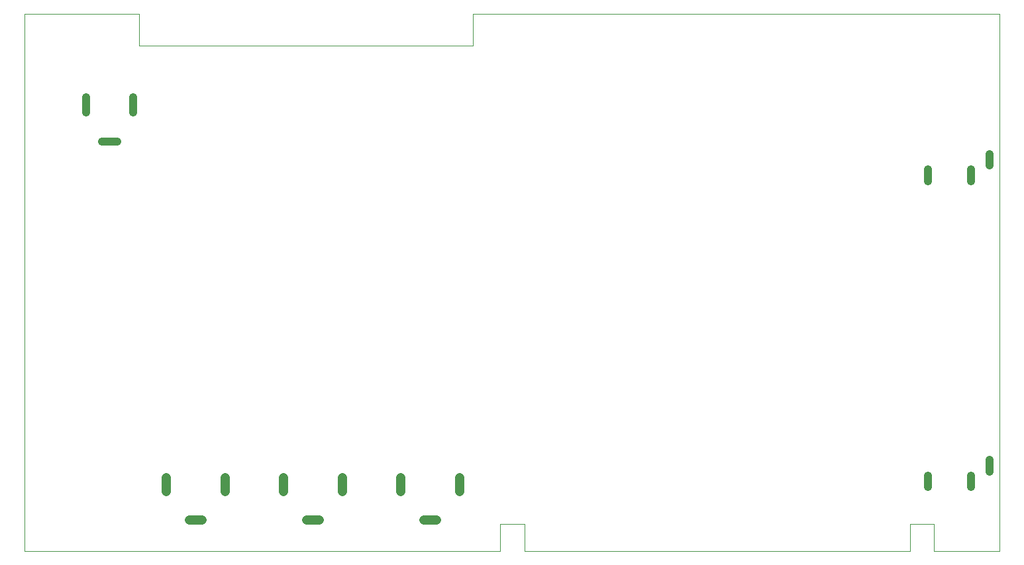
<source format=gbr>
G04 #@! TF.GenerationSoftware,KiCad,Pcbnew,5.1.7+dfsg1-1*
G04 #@! TF.CreationDate,2021-01-11T18:10:15+02:00*
G04 #@! TF.ProjectId,ossc_board,6f737363-5f62-46f6-9172-642e6b696361,rev?*
G04 #@! TF.SameCoordinates,Original*
G04 #@! TF.FileFunction,Profile,NP*
%FSLAX46Y46*%
G04 Gerber Fmt 4.6, Leading zero omitted, Abs format (unit mm)*
G04 Created by KiCad (PCBNEW 5.1.7+dfsg1-1) date 2021-01-11 18:10:15*
%MOMM*%
%LPD*%
G01*
G04 APERTURE LIST*
G04 #@! TA.AperFunction,Profile*
%ADD10C,1.200000*%
G04 #@! TD*
G04 #@! TA.AperFunction,Profile*
%ADD11C,1.000000*%
G04 #@! TD*
G04 #@! TA.AperFunction,Profile*
%ADD12C,0.100000*%
G04 #@! TD*
G04 APERTURE END LIST*
D10*
X58386000Y-81776200D02*
X60006000Y-81776200D01*
X62946000Y-76376000D02*
X62946000Y-78176000D01*
X55446000Y-76376000D02*
X55446000Y-78176000D01*
X43386000Y-81776200D02*
X45006000Y-81776200D01*
X47946000Y-76376000D02*
X47946000Y-78176000D01*
X40446000Y-76376000D02*
X40446000Y-78176000D01*
X28386000Y-81776200D02*
X30006000Y-81776200D01*
X32946000Y-76376000D02*
X32946000Y-78176000D01*
X25446000Y-76376000D02*
X25446000Y-78176000D01*
D11*
X17202000Y-33348000D02*
X19202000Y-33348000D01*
X21202000Y-27649000D02*
X21202000Y-29649000D01*
X15202660Y-27649000D02*
X15202660Y-29649000D01*
X130706000Y-74080000D02*
X130706000Y-75580000D01*
X128306000Y-76080000D02*
X128306000Y-77580000D01*
X122806000Y-76080000D02*
X122806000Y-77580000D01*
X130698000Y-34926000D02*
X130698000Y-36426000D01*
X122798000Y-36926000D02*
X122798000Y-38426000D01*
X128298000Y-36926000D02*
X128298000Y-38426000D01*
D12*
X68165000Y-85764000D02*
X7368000Y-85764000D01*
X68165000Y-82250000D02*
X68165000Y-85764000D01*
X71244000Y-82250000D02*
X68165000Y-82250000D01*
X71244000Y-85764000D02*
X71244000Y-82250000D01*
X120491000Y-85764000D02*
X71244000Y-85764000D01*
X120491000Y-82248000D02*
X120491000Y-85764000D01*
X123550000Y-82248000D02*
X120491000Y-82248000D01*
X123550000Y-85764000D02*
X123550000Y-82248000D01*
X22022800Y-17018000D02*
X7368000Y-17018000D01*
X22022800Y-21055700D02*
X22022800Y-17018000D01*
X64678900Y-21055700D02*
X22022800Y-21055700D01*
X64678900Y-17018000D02*
X64678900Y-21055700D01*
X7368000Y-85764000D02*
X7368000Y-17018000D01*
X123550000Y-85764000D02*
X131934000Y-85764000D01*
X131934000Y-17018000D02*
X131934000Y-85764000D01*
X64678900Y-17018000D02*
X131934000Y-17018000D01*
M02*

</source>
